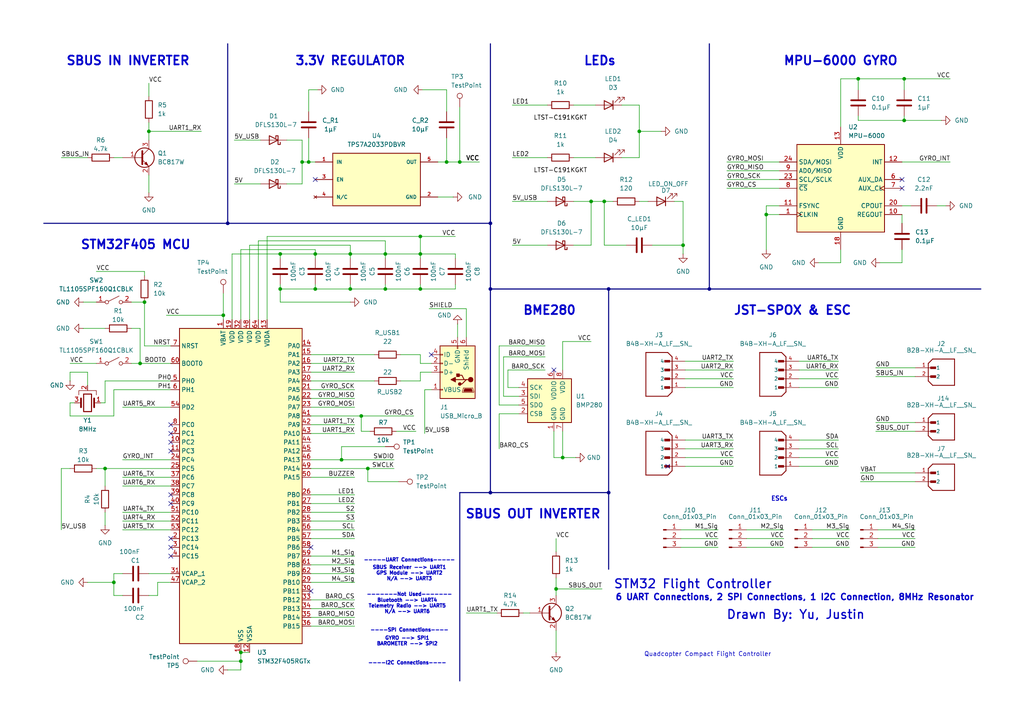
<source format=kicad_sch>
(kicad_sch (version 20231120) (generator "eeschema") (generator_version "8.0")
  (paper "A4")
  (lib_symbols
    (symbol "B2B-XH-A__LF__SN_:B2B-XH-A__LF__SN_" (pin_names (offset 1.016))
      (property "Reference" "J" (at -2.54 6.35 0))
      (property "Value" "B2B-XH-A__LF__SN_" (at -2.54 -5.08 0))
      (symbol "B2B-XH-A__LF__SN__0_0"
        (pin passive line (at -7.62 2.54 0) (length 5.08) (name "1") (number "1"))
        (pin passive line (at -7.62 0 0) (length 5.08) (name "2") (number "2"))
      )
    )
    (symbol "B4B-XH-A_LF__SN_:B4B-XH-A_LF__SN_" (pin_names (offset 1.016))
      (property "Reference" "J" (at -2.54 6.35 0))
      (property "Value" "B4B-XH-A_LF__SN_" (at -2.54 -10.16 0))
      (symbol "B4B-XH-A_LF__SN__0_0"
        (pin passive line (at -7.62 2.54 0) (length 5.08) (name "1") (number "1"))
        (pin passive line (at -7.62 0 0) (length 5.08) (name "2") (number "2"))
        (pin passive line (at -7.62 -2.54 0) (length 5.08) (name "3") (number "3"))
        (pin passive line (at -7.62 -5.08 0) (length 5.08) (name "4") (number "4"))
      )
    )
    (symbol "Connector:Conn_01x03_Pin" (pin_names (offset 1.016) hide)
      (property "Reference" "J" (at 0 5.08 0))
      (property "Value" "Conn_01x03_Pin" (at 0 -5.08 0))
      (symbol "Conn_01x03_Pin_1_1"
        (pin passive line (at 5.08 2.54 180) (length 3.81) (name "Pin_1") (number "1"))
        (pin passive line (at 5.08 0 180) (length 3.81) (name "Pin_2") (number "2"))
        (pin passive line (at 5.08 -2.54 180) (length 3.81) (name "Pin_3") (number "3"))
      )
    )
    (symbol "Connector:TestPoint" (pin_numbers hide) (pin_names (offset 0.762) hide)
      (property "Reference" "TP" (at 0 6.858 0))
      (property "Value" "TestPoint" (at 0 5.08 0))
      (symbol "TestPoint_1_1"
        (pin passive line (at 0 0 90) (length 2.54) (name "1") (number "1"))
      )
    )
    (symbol "Connector:USB_B_Micro" (pin_names (offset 1.016))
      (property "Reference" "J" (at -5.08 11.43 0))
      (property "Value" "USB_B_Micro" (at -5.08 8.89 0))
      (symbol "USB_B_Micro_1_1"
        (pin power_out line (at 7.62 5.08 180) (length 2.54) (name "VBUS") (number "1"))
        (pin bidirectional line (at 7.62 -2.54 180) (length 2.54) (name "D-") (number "2"))
        (pin bidirectional line (at 7.62 0 180) (length 2.54) (name "D+") (number "3"))
        (pin passive line (at 7.62 -5.08 180) (length 2.54) (name "ID") (number "4"))
        (pin power_out line (at 0 -10.16 90) (length 2.54) (name "GND") (number "5"))
        (pin passive line (at -2.54 -10.16 90) (length 2.54) (name "Shield") (number "6"))
      )
    )
    (symbol "Device:C" (pin_numbers hide) (pin_names (offset 0.254))
      (property "Reference" "C" (at 0.635 2.54 0))
      (property "Value" "C" (at 0.635 -2.54 0))
      (symbol "C_1_1"
        (pin passive line (at 0 3.81 270) (length 2.794) (name "~") (number "1"))
        (pin passive line (at 0 -3.81 90) (length 2.794) (name "~") (number "2"))
      )
    )
    (symbol "Device:Crystal_GND2" (pin_names (offset 1.016) hide)
      (property "Reference" "Y" (at 0 5.715 0))
      (property "Value" "Crystal_GND2" (at 0 3.81 0))
      (symbol "Crystal_GND2_1_1"
        (pin passive line (at -3.81 0 0) (length 1.27) (name "1") (number "1"))
        (pin passive line (at 0 -5.08 90) (length 1.27) (name "2") (number "2"))
        (pin passive line (at 3.81 0 180) (length 1.27) (name "3") (number "3"))
      )
    )
    (symbol "Device:D_Schottky" (pin_numbers hide) (pin_names (offset 1.016) hide)
      (property "Reference" "D" (at 0 2.54 0))
      (property "Value" "D_Schottky" (at 0 -2.54 0))
      (symbol "D_Schottky_1_1"
        (pin passive line (at -3.81 0 0) (length 2.54) (name "K") (number "1"))
        (pin passive line (at 3.81 0 180) (length 2.54) (name "A") (number "2"))
      )
    )
    (symbol "Device:LED" (pin_numbers hide) (pin_names (offset 1.016) hide)
      (property "Reference" "D" (at 0 2.54 0))
      (property "Value" "LED" (at 0 -2.54 0))
      (symbol "LED_1_1"
        (pin passive line (at -3.81 0 0) (length 2.54) (name "K") (number "1"))
        (pin passive line (at 3.81 0 180) (length 2.54) (name "A") (number "2"))
      )
    )
    (symbol "Device:R" (pin_numbers hide) (pin_names (offset 0))
      (property "Reference" "R" (at 2.032 0 90))
      (property "Value" "R" (at 0 0 90))
      (symbol "R_1_1"
        (pin passive line (at 0 3.81 270) (length 1.27) (name "~") (number "1"))
        (pin passive line (at 0 -3.81 90) (length 1.27) (name "~") (number "2"))
      )
    )
    (symbol "MCU_ST_STM32F4:STM32F405RGTx"
      (property "Reference" "U" (at -17.78 46.99 0))
      (property "Value" "STM32F405RGTx" (at 10.16 46.99 0))
      (symbol "STM32F405RGTx_1_1"
        (pin power_in line (at -5.08 48.26 270) (length 2.54) (name "VBAT") (number "1"))
        (pin bidirectional line (at -20.32 12.7 0) (length 2.54) (name "PC2") (number "10"))
        (pin bidirectional line (at -20.32 10.16 0) (length 2.54) (name "PC3") (number "11"))
        (pin power_in line (at 2.54 -48.26 90) (length 2.54) (name "VSSA") (number "12"))
        (pin power_in line (at 7.62 48.26 270) (length 2.54) (name "VDDA") (number "13"))
        (pin bidirectional line (at 20.32 40.64 180) (length 2.54) (name "PA0") (number "14"))
        (pin bidirectional line (at 20.32 38.1 180) (length 2.54) (name "PA1") (number "15"))
        (pin bidirectional line (at 20.32 35.56 180) (length 2.54) (name "PA2") (number "16"))
        (pin bidirectional line (at 20.32 33.02 180) (length 2.54) (name "PA3") (number "17"))
        (pin power_in line (at 0 -48.26 90) (length 2.54) (name "VSS") (number "18"))
        (pin power_in line (at -2.54 48.26 270) (length 2.54) (name "VDD") (number "19"))
        (pin bidirectional line (at -20.32 -15.24 0) (length 2.54) (name "PC13") (number "2"))
        (pin bidirectional line (at 20.32 30.48 180) (length 2.54) (name "PA4") (number "20"))
        (pin bidirectional line (at 20.32 27.94 180) (length 2.54) (name "PA5") (number "21"))
        (pin bidirectional line (at 20.32 25.4 180) (length 2.54) (name "PA6") (number "22"))
        (pin bidirectional line (at 20.32 22.86 180) (length 2.54) (name "PA7") (number "23"))
        (pin bidirectional line (at -20.32 7.62 0) (length 2.54) (name "PC4") (number "24"))
        (pin bidirectional line (at -20.32 5.08 0) (length 2.54) (name "PC5") (number "25"))
        (pin bidirectional line (at 20.32 -2.54 180) (length 2.54) (name "PB0") (number "26"))
        (pin bidirectional line (at 20.32 -5.08 180) (length 2.54) (name "PB1") (number "27"))
        (pin bidirectional line (at 20.32 -7.62 180) (length 2.54) (name "PB2") (number "28"))
        (pin bidirectional line (at 20.32 -27.94 180) (length 2.54) (name "PB10") (number "29"))
        (pin bidirectional line (at -20.32 -17.78 0) (length 2.54) (name "PC14") (number "3"))
        (pin bidirectional line (at 20.32 -30.48 180) (length 2.54) (name "PB11") (number "30"))
        (pin power_out line (at -20.32 -25.4 0) (length 2.54) (name "VCAP_1") (number "31"))
        (pin power_in line (at 0 48.26 270) (length 2.54) (name "VDD") (number "32"))
        (pin bidirectional line (at 20.32 -33.02 180) (length 2.54) (name "PB12") (number "33"))
        (pin bidirectional line (at 20.32 -35.56 180) (length 2.54) (name "PB13") (number "34"))
        (pin bidirectional line (at 20.32 -38.1 180) (length 2.54) (name "PB14") (number "35"))
        (pin bidirectional line (at 20.32 -40.64 180) (length 2.54) (name "PB15") (number "36"))
        (pin bidirectional line (at -20.32 2.54 0) (length 2.54) (name "PC6") (number "37"))
        (pin bidirectional line (at -20.32 0 0) (length 2.54) (name "PC7") (number "38"))
        (pin bidirectional line (at -20.32 -2.54 0) (length 2.54) (name "PC8") (number "39"))
        (pin bidirectional line (at -20.32 -20.32 0) (length 2.54) (name "PC15") (number "4"))
        (pin bidirectional line (at -20.32 -5.08 0) (length 2.54) (name "PC9") (number "40"))
        (pin bidirectional line (at 20.32 20.32 180) (length 2.54) (name "PA8") (number "41"))
        (pin bidirectional line (at 20.32 17.78 180) (length 2.54) (name "PA9") (number "42"))
        (pin bidirectional line (at 20.32 15.24 180) (length 2.54) (name "PA10") (number "43"))
        (pin bidirectional line (at 20.32 12.7 180) (length 2.54) (name "PA11") (number "44"))
        (pin bidirectional line (at 20.32 10.16 180) (length 2.54) (name "PA12") (number "45"))
        (pin bidirectional line (at 20.32 7.62 180) (length 2.54) (name "PA13") (number "46"))
        (pin power_out line (at -20.32 -27.94 0) (length 2.54) (name "VCAP_2") (number "47"))
        (pin power_in line (at 2.54 48.26 270) (length 2.54) (name "VDD") (number "48"))
        (pin bidirectional line (at 20.32 5.08 180) (length 2.54) (name "PA14") (number "49"))
        (pin bidirectional line (at -20.32 30.48 0) (length 2.54) (name "PH0") (number "5"))
        (pin bidirectional line (at 20.32 2.54 180) (length 2.54) (name "PA15") (number "50"))
        (pin bidirectional line (at -20.32 -7.62 0) (length 2.54) (name "PC10") (number "51"))
        (pin bidirectional line (at -20.32 -10.16 0) (length 2.54) (name "PC11") (number "52"))
        (pin bidirectional line (at -20.32 -12.7 0) (length 2.54) (name "PC12") (number "53"))
        (pin bidirectional line (at -20.32 22.86 0) (length 2.54) (name "PD2") (number "54"))
        (pin bidirectional line (at 20.32 -10.16 180) (length 2.54) (name "PB3") (number "55"))
        (pin bidirectional line (at 20.32 -12.7 180) (length 2.54) (name "PB4") (number "56"))
        (pin bidirectional line (at 20.32 -15.24 180) (length 2.54) (name "PB5") (number "57"))
        (pin bidirectional line (at 20.32 -17.78 180) (length 2.54) (name "PB6") (number "58"))
        (pin bidirectional line (at 20.32 -20.32 180) (length 2.54) (name "PB7") (number "59"))
        (pin bidirectional line (at -20.32 27.94 0) (length 2.54) (name "PH1") (number "6"))
        (pin input line (at -20.32 35.56 0) (length 2.54) (name "BOOT0") (number "60"))
        (pin bidirectional line (at 20.32 -22.86 180) (length 2.54) (name "PB8") (number "61"))
        (pin bidirectional line (at 20.32 -25.4 180) (length 2.54) (name "PB9") (number "62"))
        (pin passive line (at 0 -48.26 90) (length 2.54) hide (name "VSS") (number "63"))
        (pin power_in line (at 5.08 48.26 270) (length 2.54) (name "VDD") (number "64"))
        (pin input line (at -20.32 40.64 0) (length 2.54) (name "NRST") (number "7"))
        (pin bidirectional line (at -20.32 17.78 0) (length 2.54) (name "PC0") (number "8"))
        (pin bidirectional line (at -20.32 15.24 0) (length 2.54) (name "PC1") (number "9"))
      )
    )
    (symbol "Sensor_Motion:MPU-6000"
      (property "Reference" "U" (at -11.43 13.97 0))
      (property "Value" "MPU-6000" (at 7.62 -13.97 0))
      (symbol "MPU-6000_1_1"
        (pin input clock (at -17.78 -7.62 0) (length 5.08) (name "CLKIN") (number "1"))
        (pin passive line (at 17.78 -7.62 180) (length 5.08) (name "REGOUT") (number "10"))
        (pin input line (at -17.78 -5.08 0) (length 5.08) (name "FSYNC") (number "11"))
        (pin output line (at 17.78 7.62 180) (length 5.08) (name "INT") (number "12"))
        (pin power_in line (at 0 17.78 270) (length 5.08) (name "VDD") (number "13"))
        (pin power_in line (at 0 -17.78 90) (length 5.08) (name "GND") (number "18"))
        (pin passive line (at 17.78 -5.08 180) (length 5.08) (name "CPOUT") (number "20"))
        (pin input line (at -17.78 2.54 0) (length 5.08) (name "SCL/SCLK") (number "23"))
        (pin bidirectional line (at -17.78 7.62 0) (length 5.08) (name "SDA/MOSI") (number "24"))
        (pin bidirectional line (at 17.78 2.54 180) (length 5.08) (name "AUX_DA") (number "6"))
        (pin output clock (at 17.78 0 180) (length 5.08) (name "AUX_CL") (number "7"))
        (pin input line (at -17.78 0 0) (length 5.08) (name "~{CS}") (number "8"))
        (pin bidirectional line (at -17.78 5.08 0) (length 5.08) (name "AD0/MISO") (number "9"))
      )
    )
    (symbol "Sensor_Pressure:BMP280"
      (property "Reference" "U" (at -7.62 10.16 0))
      (property "Value" "BMP280" (at 5.08 10.16 0))
      (symbol "BMP280_1_1"
        (pin power_in line (at 0 -7.62 90) (length 2.54) (name "GND") (number "1"))
        (pin input line (at -10.16 -2.54 0) (length 2.54) (name "CSB") (number "2"))
        (pin bidirectional line (at -10.16 2.54 0) (length 2.54) (name "SDI") (number "3"))
        (pin input line (at -10.16 5.08 0) (length 2.54) (name "SCK") (number "4"))
        (pin bidirectional line (at -10.16 0 0) (length 2.54) (name "SDO") (number "5"))
        (pin power_in line (at 0 10.16 270) (length 2.54) (name "VDDIO") (number "6"))
        (pin power_in line (at 2.54 -7.62 90) (length 2.54) (name "GND") (number "7"))
        (pin power_in line (at 2.54 10.16 270) (length 2.54) (name "VDD") (number "8"))
      )
    )
    (symbol "Switch:SW_SPST" (pin_names (offset 0) hide)
      (property "Reference" "SW" (at 0 3.175 0))
      (property "Value" "SW_SPST" (at 0 -2.54 0))
      (symbol "SW_SPST_1_1"
        (pin passive line (at -5.08 0 0) (length 2.54) (name "A") (number "1"))
        (pin passive line (at 5.08 0 180) (length 2.54) (name "B") (number "2"))
      )
    )
    (symbol "TPS7A2033PDBVR:TPS7A2033PDBVR" (pin_names (offset 1.016))
      (property "Reference" "U" (at -12.7 8.382 0))
      (property "Value" "TPS7A2033PDBVR" (at -12.7 -10.16 0))
      (symbol "TPS7A2033PDBVR_0_0"
        (pin input line (at -17.78 5.08 0) (length 5.08) (name "IN") (number "1"))
        (pin power_in line (at 17.78 -5.08 180) (length 5.08) (name "GND") (number "2"))
        (pin input line (at -17.78 0 0) (length 5.08) (name "EN") (number "3"))
        (pin no_connect line (at -17.78 -5.08 0) (length 5.08) (name "N/C") (number "4"))
        (pin output line (at 17.78 5.08 180) (length 5.08) (name "OUT") (number "5"))
      )
    )
    (symbol "Transistor_BJT:BC817W" (pin_names (offset 0) hide)
      (property "Reference" "Q" (at 5.08 1.905 0))
      (property "Value" "BC817W" (at 5.08 0 0))
      (symbol "BC817W_1_1"
        (pin input line (at -5.08 0 0) (length 5.715) (name "B") (number "1"))
        (pin passive line (at 2.54 -5.08 90) (length 2.54) (name "E") (number "2"))
        (pin passive line (at 2.54 5.08 270) (length 2.54) (name "C") (number "3"))
      )
    )
    (symbol "power:GND" (power) (pin_numbers hide) (pin_names (offset 0) hide)
      (property "Value" "GND" (at 0 -3.81 0))
      (symbol "GND_1_1"
        (pin power_in line (at 0 0 270) (length 0) (name "~") (number "1"))
      )
    )
  )
  (junction (at 121.92 83.82))
  (junction (at 66.04 64.77))
  (junction (at 205.74 83.82))
  (junction (at 99.06 133.35))
  (junction (at 133.35 46.99))
  (junction (at 161.29 170.815))
  (junction (at 111.76 83.82))
  (junction (at 69.85 191.77))
  (junction (at 121.92 73.66))
  (junction (at 33.02 168.91))
  (junction (at 121.92 68.58))
  (junction (at 142.24 83.82))
  (junction (at 198.12 71.12))
  (junction (at 163.195 132.715))
  (junction (at 81.28 83.82))
  (junction (at 91.44 83.82))
  (junction (at 248.92 22.86))
  (junction (at 111.76 73.66))
  (junction (at 43.18 38.1))
  (junction (at 142.24 142.875))
  (junction (at 185.42 38.1))
  (junction (at 41.91 87.63))
  (junction (at 69.85 189.23))
  (junction (at 104.775 120.65))
  (junction (at 142.24 64.77))
  (junction (at 262.255 22.86))
  (junction (at 262.255 34.925))
  (junction (at 175.26 58.42))
  (junction (at 101.6 73.66))
  (junction (at 101.6 83.82))
  (junction (at 176.53 83.82))
  (junction (at 222.25 62.23))
  (junction (at 64.77 91.44))
  (junction (at 106.68 135.89))
  (junction (at 176.53 142.875))
  (junction (at 129.54 46.99))
  (junction (at 171.45 58.42))
  (junction (at 87.63 46.99))
  (junction (at 89.535 46.99))
  (junction (at 91.44 73.66))
  (junction (at 81.28 73.66))
  (junction (at 40.64 105.41))
  (junction (at 30.48 135.89))
  (no_connect (at 49.53 146.05))
  (no_connect (at 193.675 135.255))
  (no_connect (at 49.53 125.73))
  (no_connect (at 49.53 143.51))
  (no_connect (at 125.095 102.87))
  (no_connect (at 261.62 54.61))
  (no_connect (at 49.53 130.81))
  (no_connect (at 91.44 52.07))
  (no_connect (at 90.17 158.75))
  (no_connect (at -9.525 154.305))
  (no_connect (at 49.53 161.29))
  (no_connect (at 49.53 123.19))
  (no_connect (at 49.53 128.27))
  (no_connect (at 49.53 156.21))
  (no_connect (at 261.62 52.07))
  (no_connect (at 160.655 107.315))
  (no_connect (at 90.17 171.45))
  (no_connect (at 49.53 158.75))
  (wire (pts (xy 254 106.68) (xy 265.43 106.68)))
  (wire (pts (xy 243.205 112.395) (xy 231.775 112.395)))
  (bus (pts (xy 142.24 83.82) (xy 176.53 83.82)))
  (wire (pts (xy 69.85 72.39) (xy 69.85 92.71)))
  (wire (pts (xy 90.17 173.99) (xy 102.87 173.99)))
  (wire (pts (xy 265.43 139.7) (xy 249.555 139.7)))
  (wire (pts (xy 166.37 71.12) (xy 171.45 71.12)))
  (wire (pts (xy 38.1 95.25) (xy 40.64 95.25)))
  (wire (pts (xy 81.28 83.82) (xy 91.44 83.82)))
  (wire (pts (xy 74.93 69.85) (xy 74.93 92.71)))
  (wire (pts (xy 49.53 168.91) (xy 45.72 168.91)))
  (wire (pts (xy 132.08 73.66) (xy 132.08 74.93)))
  (wire (pts (xy 243.205 104.775) (xy 231.775 104.775)))
  (wire (pts (xy 198.755 132.715) (xy 212.725 132.715)))
  (wire (pts (xy 111.76 69.85) (xy 111.76 73.66)))
  (wire (pts (xy 243.205 109.855) (xy 231.775 109.855)))
  (wire (pts (xy 121.92 83.82) (xy 132.08 83.82)))
  (wire (pts (xy 90.17 181.61) (xy 102.87 181.61)))
  (wire (pts (xy 81.28 87.63) (xy 101.6 87.63)))
  (wire (pts (xy 243.205 107.315) (xy 231.775 107.315)))
  (wire (pts (xy 198.755 135.255) (xy 212.725 135.255)))
  (wire (pts (xy 101.6 82.55) (xy 101.6 83.82)))
  (wire (pts (xy 273.05 34.925) (xy 262.255 34.925)))
  (wire (pts (xy 111.76 73.66) (xy 121.92 73.66)))
  (wire (pts (xy 226.06 59.69) (xy 222.25 59.69)))
  (wire (pts (xy 101.6 71.12) (xy 101.6 73.66)))
  (wire (pts (xy 90.17 179.07) (xy 102.87 179.07)))
  (wire (pts (xy 87.63 40.64) (xy 87.63 46.99)))
  (wire (pts (xy 75.565 53.34) (xy 67.945 53.34)))
  (wire (pts (xy 262.255 26.035) (xy 262.255 22.86)))
  (wire (pts (xy 90.17 148.59) (xy 102.87 148.59)))
  (wire (pts (xy 254 122.555) (xy 265.43 122.555)))
  (wire (pts (xy 121.92 68.58) (xy 121.92 73.66)))
  (wire (pts (xy 90.17 146.05) (xy 102.87 146.05)))
  (wire (pts (xy 49.53 118.11) (xy 35.56 118.11)))
  (wire (pts (xy 226.06 46.99) (xy 210.82 46.99)))
  (wire (pts (xy 30.48 135.89) (xy 49.53 135.89)))
  (wire (pts (xy 121.92 102.87) (xy 121.92 105.41)))
  (wire (pts (xy 102.87 107.95) (xy 90.17 107.95)))
  (wire (pts (xy 90.17 153.67) (xy 102.87 153.67)))
  (wire (pts (xy 72.39 71.12) (xy 101.6 71.12)))
  (wire (pts (xy 150.495 117.475) (xy 144.78 117.475)))
  (bus (pts (xy 176.53 165.1) (xy 176.53 142.875)))
  (wire (pts (xy 35.56 45.72) (xy 33.02 45.72)))
  (wire (pts (xy 222.25 62.23) (xy 222.25 72.39)))
  (wire (pts (xy 146.05 103.505) (xy 158.115 103.505)))
  (wire (pts (xy 67.945 40.64) (xy 75.565 40.64)))
  (wire (pts (xy 261.62 76.2) (xy 261.62 72.39)))
  (wire (pts (xy 33.02 113.03) (xy 33.02 120.65)))
  (wire (pts (xy 243.205 130.175) (xy 231.775 130.175)))
  (wire (pts (xy 90.17 163.83) (xy 102.87 163.83)))
  (wire (pts (xy 114.935 125.095) (xy 120.65 125.095)))
  (wire (pts (xy 198.755 109.855) (xy 212.725 109.855)))
  (wire (pts (xy 243.205 127.635) (xy 231.775 127.635)))
  (wire (pts (xy 171.45 71.12) (xy 171.45 58.42)))
  (wire (pts (xy 160.655 132.715) (xy 163.195 132.715)))
  (wire (pts (xy 198.755 107.315) (xy 212.725 107.315)))
  (wire (pts (xy 135.255 89.535) (xy 124.46 89.535)))
  (wire (pts (xy 132.715 97.79) (xy 132.715 93.98)))
  (wire (pts (xy 33.02 166.37) (xy 35.56 166.37)))
  (wire (pts (xy 255.27 76.2) (xy 261.62 76.2)))
  (wire (pts (xy 77.47 68.58) (xy 121.92 68.58)))
  (wire (pts (xy 198.755 127.635) (xy 212.725 127.635)))
  (wire (pts (xy 90.17 125.73) (xy 102.87 125.73)))
  (wire (pts (xy 81.28 73.66) (xy 91.44 73.66)))
  (wire (pts (xy 69.85 191.77) (xy 69.85 194.31)))
  (wire (pts (xy 198.755 104.775) (xy 212.725 104.775)))
  (wire (pts (xy 121.92 73.66) (xy 132.08 73.66)))
  (wire (pts (xy 69.85 194.31) (xy 66.04 194.31)))
  (wire (pts (xy 127 57.15) (xy 131.445 57.15)))
  (wire (pts (xy 20.32 110.49) (xy 20.32 107.95)))
  (wire (pts (xy 198.755 112.395) (xy 212.725 112.395)))
  (wire (pts (xy 17.78 135.89) (xy 20.32 135.89)))
  (wire (pts (xy 163.195 125.095) (xy 163.195 132.715)))
  (wire (pts (xy 111.76 83.82) (xy 121.92 83.82)))
  (bus (pts (xy 142.24 142.875) (xy 133.35 142.875)))
  (bus (pts (xy 66.04 64.77) (xy 142.24 64.77)))
  (wire (pts (xy 271.78 59.69) (xy 274.32 59.69)))
  (wire (pts (xy 20.32 105.41) (xy 27.94 105.41)))
  (wire (pts (xy 235.585 158.75) (xy 246.38 158.75)))
  (wire (pts (xy 49.53 110.49) (xy 30.48 110.49)))
  (wire (pts (xy 144.78 100.33) (xy 158.115 100.33)))
  (wire (pts (xy 35.56 148.59) (xy 49.53 148.59)))
  (wire (pts (xy 40.64 95.25) (xy 40.64 105.41)))
  (wire (pts (xy 33.02 168.91) (xy 33.02 172.72)))
  (wire (pts (xy 262.255 33.655) (xy 262.255 34.925)))
  (wire (pts (xy 99.06 133.35) (xy 114.3 133.35)))
  (wire (pts (xy 254.635 156.21) (xy 265.43 156.21)))
  (wire (pts (xy 175.26 58.42) (xy 175.26 71.12)))
  (wire (pts (xy 148.59 30.48) (xy 158.75 30.48)))
  (wire (pts (xy 25.4 107.95) (xy 25.4 111.76)))
  (wire (pts (xy 198.12 71.12) (xy 198.12 73.66)))
  (wire (pts (xy 87.63 46.99) (xy 89.535 46.99)))
  (wire (pts (xy 248.92 26.035) (xy 248.92 22.86)))
  (wire (pts (xy 116.205 110.49) (xy 121.92 110.49)))
  (wire (pts (xy 74.93 69.85) (xy 111.76 69.85)))
  (wire (pts (xy 49.53 133.35) (xy 35.56 133.35)))
  (wire (pts (xy 254 125.095) (xy 265.43 125.095)))
  (wire (pts (xy 33.02 166.37) (xy 33.02 168.91)))
  (wire (pts (xy 90.17 143.51) (xy 102.87 143.51)))
  (wire (pts (xy 166.37 45.72) (xy 172.72 45.72)))
  (wire (pts (xy 249.555 137.16) (xy 265.43 137.16)))
  (wire (pts (xy 89.535 32.385) (xy 89.535 26.035)))
  (wire (pts (xy 24.13 95.25) (xy 30.48 95.25)))
  (wire (pts (xy 150.495 114.935) (xy 146.05 114.935)))
  (wire (pts (xy 106.68 135.89) (xy 90.17 135.89)))
  (wire (pts (xy 17.78 135.89) (xy 17.78 153.67)))
  (wire (pts (xy 43.18 40.64) (xy 43.18 38.1)))
  (wire (pts (xy 144.145 177.8) (xy 135.255 177.8)))
  (wire (pts (xy 160.655 125.095) (xy 160.655 132.715)))
  (wire (pts (xy 101.6 73.66) (xy 101.6 74.93)))
  (wire (pts (xy 64.77 85.09) (xy 64.77 91.44)))
  (wire (pts (xy 43.18 38.1) (xy 43.18 35.56)))
  (wire (pts (xy 151.765 177.8) (xy 153.67 177.8)))
  (wire (pts (xy 248.92 34.925) (xy 248.92 33.655)))
  (wire (pts (xy 45.72 172.72) (xy 43.18 172.72)))
  (wire (pts (xy 49.53 138.43) (xy 35.56 138.43)))
  (wire (pts (xy 261.62 46.99) (xy 275.59 46.99)))
  (wire (pts (xy 132.08 83.82) (xy 132.08 82.55)))
  (wire (pts (xy 81.28 83.82) (xy 81.28 87.63)))
  (wire (pts (xy 248.92 22.86) (xy 262.255 22.86)))
  (wire (pts (xy 161.29 182.88) (xy 161.29 189.23)))
  (wire (pts (xy 81.28 73.66) (xy 67.31 73.66)))
  (wire (pts (xy 33.02 113.03) (xy 49.53 113.03)))
  (wire (pts (xy 69.85 189.23) (xy 69.85 191.77)))
  (wire (pts (xy 25.4 168.91) (xy 33.02 168.91)))
  (wire (pts (xy 104.775 120.65) (xy 104.775 125.095)))
  (wire (pts (xy 243.84 72.39) (xy 243.84 76.2)))
  (wire (pts (xy 41.91 100.33) (xy 41.91 87.63)))
  (wire (pts (xy 180.34 30.48) (xy 185.42 30.48)))
  (wire (pts (xy 90.17 102.87) (xy 108.585 102.87)))
  (wire (pts (xy 90.17 118.11) (xy 102.87 118.11)))
  (wire (pts (xy 171.45 99.06) (xy 163.195 99.06)))
  (wire (pts (xy 129.54 46.99) (xy 133.35 46.99)))
  (wire (pts (xy 90.17 115.57) (xy 102.87 115.57)))
  (wire (pts (xy 35.56 140.97) (xy 49.53 140.97)))
  (wire (pts (xy 90.17 151.13) (xy 102.87 151.13)))
  (wire (pts (xy 89.535 40.005) (xy 89.535 46.99)))
  (wire (pts (xy 226.06 49.53) (xy 210.82 49.53)))
  (wire (pts (xy 83.185 40.64) (xy 87.63 40.64)))
  (wire (pts (xy 147.32 112.395) (xy 147.32 107.315)))
  (wire (pts (xy 99.06 129.54) (xy 111.76 129.54)))
  (bus (pts (xy 142.24 64.77) (xy 142.24 83.82)))
  (wire (pts (xy 17.78 45.72) (xy 25.4 45.72)))
  (wire (pts (xy 235.585 153.67) (xy 246.38 153.67)))
  (bus (pts (xy 205.74 12.7) (xy 205.74 83.82)))
  (wire (pts (xy 129.54 40.005) (xy 129.54 46.99)))
  (wire (pts (xy 21.59 116.84) (xy 20.32 116.84)))
  (wire (pts (xy 185.42 58.42) (xy 187.96 58.42)))
  (wire (pts (xy 90.17 110.49) (xy 108.585 110.49)))
  (wire (pts (xy 104.775 125.095) (xy 107.315 125.095)))
  (wire (pts (xy 90.17 166.37) (xy 102.87 166.37)))
  (wire (pts (xy 72.39 71.12) (xy 72.39 92.71)))
  (wire (pts (xy 147.32 107.315) (xy 158.115 107.315)))
  (wire (pts (xy 90.17 120.65) (xy 104.775 120.65)))
  (wire (pts (xy 40.64 105.41) (xy 49.53 105.41)))
  (wire (pts (xy 48.26 91.44) (xy 64.77 91.44)))
  (wire (pts (xy 125.095 113.03) (xy 123.19 113.03)))
  (wire (pts (xy 197.485 158.75) (xy 208.28 158.75)))
  (wire (pts (xy 81.28 82.55) (xy 81.28 83.82)))
  (wire (pts (xy 216.535 156.21) (xy 227.33 156.21)))
  (wire (pts (xy 20.32 120.65) (xy 33.02 120.65)))
  (wire (pts (xy 254 109.22) (xy 265.43 109.22)))
  (wire (pts (xy 116.205 102.87) (xy 121.92 102.87)))
  (wire (pts (xy 30.48 148.59) (xy 30.48 152.4)))
  (wire (pts (xy 27.94 135.89) (xy 30.48 135.89)))
  (wire (pts (xy 261.62 59.69) (xy 264.16 59.69)))
  (wire (pts (xy 87.63 46.99) (xy 87.63 53.34)))
  (wire (pts (xy 185.42 45.72) (xy 180.34 45.72)))
  (wire (pts (xy 91.44 72.39) (xy 91.44 73.66)))
  (wire (pts (xy 90.17 113.03) (xy 102.87 113.03)))
  (wire (pts (xy 175.26 58.42) (xy 177.8 58.42)))
  (wire (pts (xy 243.84 22.86) (xy 248.92 22.86)))
  (wire (pts (xy 101.6 83.82) (xy 111.76 83.82)))
  (wire (pts (xy 101.6 73.66) (xy 111.76 73.66)))
  (bus (pts (xy 142.24 142.875) (xy 176.53 142.875)))
  (wire (pts (xy 174.625 170.815) (xy 161.29 170.815)))
  (wire (pts (xy 243.205 132.715) (xy 231.775 132.715)))
  (wire (pts (xy 69.85 72.39) (xy 91.44 72.39)))
  (wire (pts (xy 144.78 120.015) (xy 144.78 130.175)))
  (wire (pts (xy 114.3 135.89) (xy 106.68 135.89)))
  (wire (pts (xy 235.585 156.21) (xy 246.38 156.21)))
  (wire (pts (xy 67.31 73.66) (xy 67.31 92.71)))
  (wire (pts (xy 106.68 135.89) (xy 106.68 139.7)))
  (bus (pts (xy 142.24 83.82) (xy 142.24 142.875)))
  (bus (pts (xy 133.35 142.875) (xy 133.35 197.485)))
  (wire (pts (xy 146.05 114.935) (xy 146.05 103.505)))
  (wire (pts (xy 91.44 83.82) (xy 101.6 83.82)))
  (wire (pts (xy 102.87 105.41) (xy 90.17 105.41)))
  (wire (pts (xy 198.755 130.175) (xy 212.725 130.175)))
  (wire (pts (xy 148.59 45.72) (xy 158.75 45.72)))
  (wire (pts (xy 77.47 68.58) (xy 77.47 92.71)))
  (wire (pts (xy 185.42 30.48) (xy 185.42 38.1)))
  (wire (pts (xy 226.06 52.07) (xy 210.82 52.07)))
  (wire (pts (xy 216.535 153.67) (xy 227.33 153.67)))
  (wire (pts (xy 29.21 116.84) (xy 30.48 116.84)))
  (wire (pts (xy 195.58 58.42) (xy 198.12 58.42)))
  (wire (pts (xy 99.06 133.35) (xy 99.06 129.54)))
  (wire (pts (xy 216.535 158.75) (xy 227.33 158.75)))
  (wire (pts (xy 30.48 110.49) (xy 30.48 116.84)))
  (wire (pts (xy 243.205 135.255) (xy 231.775 135.255)))
  (wire (pts (xy 81.28 73.66) (xy 81.28 74.93)))
  (bus (pts (xy 66.04 12.7) (xy 66.04 64.77)))
  (wire (pts (xy 127 46.99) (xy 129.54 46.99)))
  (wire (pts (xy 262.255 34.925) (xy 248.92 34.925)))
  (wire (pts (xy 197.485 153.67) (xy 208.28 153.67)))
  (wire (pts (xy 104.775 120.65) (xy 120.015 120.65)))
  (wire (pts (xy 123.19 113.03) (xy 123.19 125.73)))
  (wire (pts (xy 106.68 139.7) (xy 115.57 139.7)))
  (wire (pts (xy 148.59 58.42) (xy 158.75 58.42)))
  (wire (pts (xy 41.91 80.01) (xy 41.91 78.74)))
  (wire (pts (xy 121.92 105.41) (xy 125.095 105.41)))
  (wire (pts (xy 262.255 22.86) (xy 275.59 22.86)))
  (wire (pts (xy 30.48 140.97) (xy 30.48 135.89)))
  (bus (pts (xy 142.24 12.7) (xy 142.24 64.77)))
  (wire (pts (xy 161.29 167.64) (xy 161.29 170.815)))
  (wire (pts (xy 163.195 107.315) (xy 163.195 99.06)))
  (wire (pts (xy 222.25 59.69) (xy 222.25 62.23)))
  (wire (pts (xy 102.87 123.19) (xy 90.17 123.19)))
  (wire (pts (xy 129.54 32.385) (xy 129.54 26.035)))
  (wire (pts (xy 198.12 58.42) (xy 198.12 71.12)))
  (wire (pts (xy 90.17 156.21) (xy 102.87 156.21)))
  (wire (pts (xy 161.29 170.815) (xy 161.29 172.72)))
  (wire (pts (xy 121.92 107.95) (xy 125.095 107.95)))
  (wire (pts (xy 197.485 156.21) (xy 208.28 156.21)))
  (wire (pts (xy 90.17 168.91) (xy 102.87 168.91)))
  (wire (pts (xy 132.08 68.58) (xy 121.92 68.58)))
  (wire (pts (xy 147.32 112.395) (xy 150.495 112.395)))
  (bus (pts (xy 12.7 64.77) (xy 66.04 64.77)))
  (wire (pts (xy 185.42 38.1) (xy 191.77 38.1)))
  (wire (pts (xy 158.75 71.12) (xy 148.59 71.12)))
  (bus (pts (xy 205.74 83.82) (xy 284.48 83.82)))
  (wire (pts (xy 87.63 53.34) (xy 83.185 53.34)))
  (wire (pts (xy 24.13 87.63) (xy 27.94 87.63)))
  (wire (pts (xy 90.17 138.43) (xy 102.87 138.43)))
  (wire (pts (xy 90.17 133.35) (xy 99.06 133.35)))
  (wire (pts (xy 261.62 62.23) (xy 261.62 64.77)))
  (wire (pts (xy 90.17 176.53) (xy 102.87 176.53)))
  (bus (pts (xy 176.53 83.82) (xy 176.53 142.875)))
  (wire (pts (xy 243.84 76.2) (xy 237.49 76.2)))
  (wire (pts (xy 171.45 58.42) (xy 175.26 58.42)))
  (wire (pts (xy 111.76 73.66) (xy 111.76 74.93)))
  (wire (pts (xy 35.56 151.13) (xy 49.53 151.13)))
  (wire (pts (xy 121.92 110.49) (xy 121.92 107.95)))
  (wire (pts (xy 91.44 82.55) (xy 91.44 83.82)))
  (wire (pts (xy 41.91 87.63) (xy 38.1 87.63)))
  (wire (pts (xy 254.635 153.67) (xy 265.43 153.67)))
  (wire (pts (xy 166.37 58.42) (xy 171.45 58.42)))
  (wire (pts (xy 166.37 30.48) (xy 172.72 30.48)))
  (wire (pts (xy 64.77 92.71) (xy 64.77 91.44)))
  (wire (pts (xy 40.64 105.41) (xy 38.1 105.41)))
  (wire (pts (xy 150.495 120.015) (xy 144.78 120.015)))
  (wire (pts (xy 45.72 168.91) (xy 45.72 172.72)))
  (wire (pts (xy 135.255 89.535) (xy 135.255 97.79)))
  (wire (pts (xy 89.535 26.035) (xy 92.075 26.035)))
  (wire (pts (xy 133.35 31.115) (xy 133.35 46.99)))
  (wire (pts (xy 144.78 117.475) (xy 144.78 100.33)))
  (wire (pts (xy 111.76 82.55) (xy 111.76 83.82)))
  (wire (pts (xy 91.44 73.66) (xy 91.44 74.93)))
  (wire (pts (xy 27.94 78.74) (xy 41.91 78.74)))
  (wire (pts (xy 102.87 161.29) (xy 90.17 161.29)))
  (wire (pts (xy 189.23 71.12) (xy 198.12 71.12)))
  (wire (pts (xy 43.18 24.13) (xy 43.18 27.94)))
  (wire (pts (xy 69.85 189.23) (xy 72.39 189.23)))
  (bus (pts (xy 176.53 83.82) (xy 205.74 83.82)))
  (wire (pts (xy 43.18 50.8) (xy 43.18 55.88)))
  (wire (pts (xy 57.15 191.77) (xy 69.85 191.77)))
  (wire (pts (xy 49.53 153.67) (xy 35.56 153.67)))
  (wire (pts (xy 91.44 73.66) (xy 101.6 73.66)))
  (wire (pts (xy 121.92 82.55) (xy 121.92 83.82)))
  (wire (pts (xy 175.26 71.12) (xy 181.61 71.12)))
  (wire (pts (xy 161.29 156.21) (xy 161.29 160.02)))
  (wire (pts (xy 243.84 22.86) (xy 243.84 36.83)))
  (wire (pts (xy 185.42 38.1) (xy 185.42 45.72)))
  (wire (pts (xy 20.32 116.84) (xy 20.32 120.65)))
  (wire (pts (xy 41.91 100.33) (xy 49.53 100.33)))
  (wire (pts (xy 43.18 166.37) (xy 49.53 166.37)))
  (wire (pts (xy 163.195 132.715) (xy 167.005 132.715)))
  (wire (pts (xy 43.18 38.1) (xy 58.42 38.1)))
  (wire (pts (xy 133.35 46.99) (xy 139.065 46.99)))
  (wire (pts (xy 121.92 73.66) (xy 121.92 74.93)))
  (wire (pts (xy 226.06 62.23) (xy 222.25 62.23)))
  (wire (pts (xy 89.535 46.99) (xy 91.44 46.99)))
  (wire (pts (xy 254.635 158.75) (xy 265.43 158.75)))
  (wire (pts (xy 33.02 172.72) (xy 35.56 172.72)))
  (wire (pts (xy 122.555 26.035) (xy 129.54 26.035)))
  (wire (pts (xy 20.32 107.95) (xy 25.4 107.95)))
  (wire (pts (xy 210.82 54.61) (xy 226.06 54.61)))
  (text "LTST-C191KGKT" (at 162.56 49.53 0) (effects (font (size 1.27 1.27))))
  (text "----SPI Connections----\n" (at 118.745 182.88 0) (effects (font (size 1.016 1.016) (thickness 0.254) (bold yes))))
  (text "GYRO --> SPI1\nBAROMETER --> SPI2\n" (at 118.11 186.055 0) (effects (font (size 1.016 1.016) (thickness 0.254) (bold yes))))
  (text "SBUS OUT INVERTER " (at 155.575 149.225 0) (effects (font (size 2.54 2.54) (thickness 0.508) (bold yes))))
  (text "6 UART Connections, 2 SPI Connections, 1 I2C Connection, 8MHz Resonator\n" (at 230.505 173.355 0) (effects (font (size 1.778 1.778) (thickness 0.381) (bold yes))))
  (text "3.3V REGULATOR" (at 101.6 17.78 0) (effects (font (size 2.54 2.54) (thickness 0.508) (bold yes))))
  (text "STM32 Flight Controller " (at 201.93 169.545 0) (effects (font (size 2.54 2.54) (thickness 0.381) (bold yes))))
  (text "Yu, Justin" (at 241.3 178.435 0) (effects (font (size 2.54 2.54) (thickness 0.381) (bold yes))))
  (text "SBUS Receiver --> UART1\nGPS Module --> UART2\nN/A --> UART3\n" (at 118.745 166.37 0) (effects (font (size 1.016 1.016) (thickness 0.254) (bold yes))))
  (text "-----UART Connections-----\n" (at 118.745 162.56 0) (effects (font (size 1.016 1.016) (thickness 0.254) (bold yes))))
  (text "STM32F405 MCU" (at 39.37 71.12 0) (effects (font (size 2.54 2.54) (thickness 0.508) (bold yes))))
  (text "----I2C Connections----\n" (at 118.11 192.405 0) (effects (font (size 1.016 1.016) (thickness 0.254) (bold yes))))
  (text "BME280" (at 159.385 90.17 0) (effects (font (size 2.54 2.54) (thickness 0.508) (bold yes))))
  (text "Bluetooth --> UART4\nTelemetry Radio --> UART5\nN/A --> UART6\n" (at 118.11 175.895 0) (effects (font (size 1.016 1.016) (thickness 0.254) (bold yes))))
  (text "LTST-C191KGKT" (at 162.56 34.29 0) (effects (font (size 1.27 1.27) (thickness 0.1588))))
  (text "Quadcopter Compact Flight Controller " (at 205.74 189.865 0) (effects (font (size 1.27 1.27))))
  (text "LEDs" (at 173.99 17.78 0) (effects (font (size 2.54 2.54) (thickness 0.508) (bold yes))))
  (text "-------Not Used-------\n\n" (at 118.745 173.355 0) (effects (font (size 1.016 1.016) (thickness 0.254) (bold yes))))
  (text "JST-SPOX & ESC" (at 229.87 90.17 0) (effects (font (size 2.54 2.54) (thickness 0.508) (bold yes))))
  (text "MPU-6000 GYRO" (at 243.84 17.78 0) (effects (font (size 2.54 2.54) (thickness 0.508) (bold yes))))
  (text "ESCs" (at 226.06 144.78 0) (effects (font (size 1.27 1.27) (thickness 0.254) (bold yes))))
  (text "SBUS IN INVERTER " (at 38.1 17.78 0) (effects (font (size 2.54 2.54) (thickness 0.508) (bold yes))))
  (text "Drawn By:" (at 220.345 178.435 0) (effects (font (size 2.54 2.54) (thickness 0.381) (bold yes))))
  (label "GYRO_MOSI" (at 102.87 118.11 180))
  (label "SBUS_OUT" (at 174.625 170.815 180))
  (label "GYRO_CS" (at 210.82 54.61 0))
  (label "UART4_TX" (at 35.56 148.59 0) (effects (font (thickness 0.1588))))
  (label "UART6_TX" (at 35.56 138.43 0))
  (label "BARO_CS" (at 102.87 173.99 180))
  (label "VCC" (at 265.43 156.21 180))
  (label "UART5_TX" (at 35.56 153.67 0) (effects (font (thickness 0.1588))))
  (label "UART2_TX" (at 102.87 105.41 180))
  (label "SHIELD" (at 124.46 89.535 0))
  (label "BARO_MISO" (at 102.87 179.07 180))
  (label "UART3_RX" (at 212.725 130.175 180))
  (label "UART6_TX" (at 243.205 104.775 180))
  (label "UART5_RX" (at 35.56 118.11 0) (effects (font (thickness 0.1588))))
  (label "VCC" (at 227.33 156.21 180))
  (label "UART2_TX" (at 212.725 104.775 180))
  (label "M3_Sig" (at 102.87 166.37 180))
  (label "M4_Sig" (at 265.43 153.67 180))
  (label "S2" (at 102.87 148.59 180))
  (label "VCC" (at 48.26 91.44 0))
  (label "LED2" (at 102.87 146.05 180))
  (label "GYRO_INT" (at 275.59 46.99 180))
  (label "UART4_RX" (at 35.56 151.13 0) (effects (font (thickness 0.1588))))
  (label "SWCLK" (at 114.3 135.89 180))
  (label "BARO_CS" (at 144.78 130.175 0))
  (label "5V_USB" (at 17.78 153.67 0))
  (label "PH1" (at 45.72 113.03 0))
  (label "VCC" (at 243.205 109.855 180))
  (label "SDA" (at 102.87 156.21 180))
  (label "SCL" (at 243.205 130.175 180))
  (label "GYRO_SCK" (at 210.82 52.07 0))
  (label "GND" (at 254 122.555 0))
  (label "GND" (at 212.725 135.255 180))
  (label "UART6_RX" (at 35.56 140.97 0))
  (label "BARO_MOSI" (at 102.87 181.61 180))
  (label "SWDIO" (at 114.3 133.35 180))
  (label "LED1" (at 102.87 143.51 180))
  (label "VCC" (at 161.29 156.21 0))
  (label "GND" (at 212.725 112.395 180))
  (label "GND" (at 246.38 158.75 180))
  (label "VCC" (at 275.59 22.86 180))
  (label "NRST" (at 44.45 100.33 0))
  (label "VCC" (at 139.065 46.99 180) (effects (font (thickness 0.254) (bold yes))))
  (label "GYRO_MISO" (at 102.87 115.57 180))
  (label "GYRO_CS" (at 120.015 120.65 180))
  (label "M1_Sig" (at 102.87 161.29 180))
  (label "SBUS_IN" (at 254 109.22 0))
  (label "BARO_MOSI" (at 158.115 103.505 180))
  (label "UART1_RX" (at 58.42 38.1 180))
  (label "5V_USB" (at 123.19 125.73 0))
  (label "5V" (at 67.945 53.34 0))
  (label "UART2_RX" (at 212.725 107.315 180))
  (label "SDA" (at 243.205 127.635 180))
  (label "BARO_SCK" (at 102.87 176.53 180))
  (label "M1_Sig" (at 208.28 153.67 180))
  (label "GYRO_INT" (at 35.56 133.35 0))
  (label "VCC" (at 120.65 125.095 180))
  (label "M2_Sig" (at 227.33 153.67 180))
  (label "BOOT0" (at 41.91 105.41 0))
  (label "SBUS_OUT" (at 254 125.095 0))
  (label "UART6_RX" (at 243.205 107.315 180))
  (label "M3_Sig" (at 246.38 153.67 180))
  (label "5V_USB" (at 148.59 58.42 0))
  (label "5V" (at 148.59 71.12 0))
  (label "VCC" (at 132.08 68.58 180))
  (label "GYRO_SCK" (at 102.87 113.03 180))
  (label "5V_USB" (at 67.945 40.64 0))
  (label "SBUS_IN" (at 17.78 45.72 0))
  (label "GND" (at 249.555 139.7 0))
  (label "UART2_RX" (at 102.87 107.95 180))
  (label "UART1_RX" (at 102.87 125.73 180))
  (label "VCC" (at 27.94 78.74 0))
  (label "GYRO_MISO" (at 210.82 49.53 0))
  (label "UART3_TX" (at 212.725 127.635 180))
  (label "VCC" (at 20.32 105.41 0))
  (label "VCC" (at 246.38 156.21 180))
  (label "VCC" (at 243.205 132.715 180))
  (label "VCC" (at 208.28 156.21 180))
  (label "S3" (at 102.87 151.13 180))
  (label "GND" (at 243.205 112.395 180))
  (label "GND" (at 208.28 158.75 180))
  (label "VBAT" (at 249.555 137.16 0))
  (label "M4_Sig" (at 102.87 168.91 180))
  (label "LED1" (at 148.59 30.48 0) (effects (font (thickness 0.1588))))
  (label "GND" (at 254 106.68 0))
  (label "GND" (at 243.205 135.255 180))
  (label "VCC" (at 43.18 24.13 0))
  (label "LED2" (at 148.59 45.72 0) (effects (font (thickness 0.1588))))
  (label "GND" (at 227.33 158.75 180))
  (label "PH0" (at 45.72 110.49 0))
  (label "M2_Sig" (at 102.87 163.83 180))
  (label "BARO_SCK" (at 158.115 107.315 180))
  (label "VCC" (at 212.725 109.855 180))
  (label "GND" (at 265.43 158.75 180))
  (label "SCL" (at 102.87 153.67 180))
  (label "BARO_MISO" (at 158.115 100.33 180))
  (label "VCC" (at 212.725 132.715 180))
  (label "UART1_TX" (at 135.255 177.8 0))
  (label "BUZZER" (at 102.87 138.43 180))
  (label "GYRO_MOSI" (at 210.82 46.99 0))
  (label "UART1_TX" (at 102.87 123.19 180))
  (label "VCC" (at 171.45 99.06 180))
  (symbol (lib_id "Device:C") (at 39.37 166.37 270) (unit 1)
    (property "Reference" "C1" (at 40.64 162.56 90) (effects (justify right)))
    (property "Value" "100nF" (at 40.64 160.02 90) (effects (justify right)))
    (property "Footprint" "test:CC0603KRX7R8BB104" (effects (hide yes)))
    (property "Description" "Unpolarized capacitor" (effects (hide yes)))
  )
  (symbol (lib_id "Device:R") (at 43.18 31.75 0) (unit 1)
    (property "Reference" "R5" (at 45.72 30.4799 0) (effects (justify left)))
    (property "Value" "1k" (at 45.72 33.0199 0) (effects (justify left)))
    (property "Footprint" "Resistor_SMD:R_0603_1608Metric_Pad0.98x0.95mm_HandSolder" (effects (hide yes)))
    (property "Description" "Resistor" (effects (hide yes)))
  )
  (symbol (lib_id "Device:R") (at 181.61 58.42 90) (unit 1)
    (property "Reference" "R12" (at 181.61 52.07 90))
    (property "Value" "120" (at 181.61 54.61 90))
    (property "Footprint" "Resistor_SMD:R_0603_1608Metric_Pad0.98x0.95mm_HandSolder" (effects (hide yes)))
    (property "Description" "Resistor" (effects (hide yes)))
  )
  (symbol (lib_id "power:GND") (at 161.29 189.23 0) (unit 1)
    (property "Reference" "#PWR01001" (effects (hide yes)))
    (property "Value" "GND" (at 161.29 194.31 0))
    (property "Description" "Power symbol creates a global label with name \"GND\" , ground" (effects (hide yes)))
  )
  (symbol (lib_id "Connector:TestPoint") (at 111.76 129.54 270) (unit 1)
    (property "Reference" "TP1" (at 116.84 128.27 90) (effects (justify left)))
    (property "Value" "TestPoint" (at 116.84 130.81 90) (effects (justify left)))
    (property "Footprint" "TestPoint:TestPoint_Pad_1.0x1.0mm" (effects (hide yes)))
    (property "Description" "test point" (effects (hide yes)))
  )
  (symbol (lib_id "B4B-XH-A_LF__SN_:B4B-XH-A_LF__SN_") (at 224.155 109.855 180) (unit 1)
    (property "Reference" "J6" (at 224.155 97.155 0))
    (property "Value" "B4B-XH-A_LF__SN_" (at 224.155 99.695 0))
    (property "Footprint" "test:JST_B4B" (effects (hide yes)))
    (property "MF" "JST Sales" (effects (hide yes)))
    (property "MAXIMUM_PACKAGE_HEIGHT" "7.00 mm" (effects (hide yes)))
    (property "Package" "None" (effects (hide yes)))
    (property "Price" "None" (effects (hide yes)))
    (property "Check_prices" "https://www.snapeda.com/parts/B4B-XH-A%20(LF)(SN)/JST/view-part/?ref=eda" (effects (hide yes)))
    (property "STANDARD" "Manufacturer Recommendations" (effects (hide yes)))
    (property "PARTREV" "7/4/21" (effects (hide yes)))
    (property "SnapEDA_Link" "https://www.snapeda.com/parts/B4B-XH-A%20(LF)(SN)/JST/view-part/?ref=snap" (effects (hide yes)))
    (property "MP" "B4B-XH-A (LF)(SN)" (effects (hide yes)))
    (property "Description_1" "\n                        \n                            Connector Header Through Hole 4 position 0.098 (2.50mm)\n                        \n" (effects (hide yes)))
    (property "Availability" "In Stock" (effects (hide yes)))
    (property "MANUFACTURER" "JST" (effects (hide yes)))
  )
  (symbol (lib_id "power:GND") (at 237.49 76.2 270) (unit 1)
    (property "Reference" "#PWR08" (effects (hide yes)))
    (property "Value" "GND" (at 233.68 76.1999 90) (effects (justify right)))
    (property "Description" "Power symbol creates a global label with name \"GND\" , ground" (effects (hide yes)))
  )
  (symbol (lib_id "Device:D_Schottky") (at 79.375 40.64 180) (unit 1)
    (property "Reference" "D1" (at 79.375 33.655 0))
    (property "Value" "DFLS130L-7" (at 80.01 36.195 0))
    (property "Footprint" "test:DFLS130L-7" (effects (hide yes)))
    (property "Description" "Schottky diode" (effects (hide yes)))
  )
  (symbol (lib_id "Sensor_Motion:MPU-6000") (at 243.84 54.61 0) (unit 1)
    (property "Reference" "U2" (at 246.0341 36.83 0) (effects (justify left)))
    (property "Value" "MPU-6000" (at 246.0341 39.37 0) (effects (justify left)))
    (property "Footprint" "Sensor_Motion:InvenSense_QFN-24_4x4mm_P0.5mm" (effects (hide yes)))
    (property "Datasheet" "https://invensense.tdk.com/wp-content/uploads/2015/02/MPU-6000-Datasheet1.pdf" (effects (hide yes)))
    (property "Description" "InvenSense 6-Axis Motion Sensor, Gyroscope, Accelerometer, I2C/SPI" (effects (hide yes)))
  )
  (symbol (lib_id "Connector:TestPoint") (at 133.35 31.115 0) (unit 1)
    (property "Reference" "TP3" (at 130.81 22.225 0) (effects (justify left)))
    (property "Value" "TestPoint" (at 130.81 24.765 0) (effects (justify left)))
    (property "Footprint" "TestPoint:TestPoint_Pad_1.0x1.0mm" (effects (hide yes)))
    (property "Description" "test point" (effects (hide yes)))
  )
  (symbol (lib_id "Connector:Conn_01x03_Pin") (at 230.505 156.21 0) (unit 1)
    (property "Reference" "J12" (at 238.125 147.955 0))
    (property "Value" "Conn_01x03_Pin" (at 238.125 149.86 0))
    (property "Footprint" "Connector_PinSocket_2.54mm:PinSocket_1x03_P2.54mm_Vertical" (effects (hide yes)))
    (property "Description" "Generic connector, single row, 01x03, script generated" (effects (hide yes)))
  )
  (symbol (lib_id "Device:C") (at 111.76 78.74 0) (unit 1)
    (property "Reference" "C6" (at 118.11 78.74 90))
    (property "Value" "100nF" (at 115.57 78.74 90))
    (property "Footprint" "test:CC0603KRX7R8BB104" (effects (hide yes)))
    (property "Description" "Unpolarized capacitor" (effects (hide yes)))
  )
  (symbol (lib_id "power:GND") (at 132.715 93.98 180) (unit 1)
    (property "Reference" "#PWR013" (effects (hide yes)))
    (property "Value" "GND" (at 128.905 91.44 0))
    (property "Description" "Power symbol creates a global label with name \"GND\" , ground" (effects (hide yes)))
  )
  (symbol (lib_id "Device:R") (at 112.395 102.87 90) (unit 1)
    (property "Reference" "R_USB1" (at 112.395 96.52 90))
    (property "Value" "22" (at 112.395 99.06 90))
    (property "Footprint" "Resistor_SMD:R_0603_1608Metric_Pad0.98x0.95mm_HandSolder" (effects (hide yes)))
    (property "Description" "Resistor" (effects (hide yes)))
  )
  (symbol (lib_id "Connector:Conn_01x03_Pin") (at 211.455 156.21 0) (unit 1)
    (property "Reference" "J11" (at 219.075 147.955 0))
    (property "Value" "Conn_01x03_Pin" (at 219.075 149.86 0))
    (property "Footprint" "Connector_PinSocket_2.54mm:PinSocket_1x03_P2.54mm_Vertical" (effects (hide yes)))
    (property "Description" "Generic connector, single row, 01x03, script generated" (effects (hide yes)))
  )
  (symbol (lib_id "Sensor_Pressure:BMP280") (at 160.655 117.475 0) (unit 1)
    (property "Reference" "U1" (at 167.005 114.9349 0) (effects (justify left)))
    (property "Value" "BMP280" (at 167.005 117.4749 0) (effects (justify left)))
    (property "Footprint" "test:BMP280" (effects (hide yes)))
    (property "Datasheet" "https://ae-bst.resource.bosch.com/media/_tech/media/datasheets/BST-BMP280-DS001.pdf" (effects (hide yes)))
    (property "Description" "Absolute Barometric Pressure Sensor, LGA-8" (effects (hide yes)))
  )
  (symbol (lib_id "power:GND") (at 255.27 76.2 270) (unit 1)
    (property "Reference" "#PWR012" (effects (hide yes)))
    (property "Value" "GND" (at 251.46 76.1999 90) (effects (justify right)))
    (property "Description" "Power symbol creates a global label with name \"GND\" , ground" (effects (hide yes)))
  )
  (symbol (lib_id "Device:R") (at 112.395 110.49 90) (unit 1)
    (property "Reference" "R_USB2" (at 113.03 113.665 90))
    (property "Value" "22" (at 112.395 107.95 90))
    (property "Footprint" "Resistor_SMD:R_0603_1608Metric_Pad0.98x0.95mm_HandSolder" (effects (hide yes)))
    (property "Description" "Resistor" (effects (hide yes)))
  )
  (symbol (lib_id "Device:R") (at 162.56 45.72 90) (unit 1)
    (property "Reference" "R11" (at 162.56 39.37 90))
    (property "Value" "1k" (at 162.56 41.91 90))
    (property "Footprint" "Resistor_SMD:R_0603_1608Metric_Pad0.98x0.95mm_HandSolder" (effects (hide yes)))
    (property "Description" "Resistor" (effects (hide yes)))
  )
  (symbol (lib_id "Device:R") (at 111.125 125.095 270) (unit 1)
    (property "Reference" "R7" (at 111.125 122.555 90))
    (property "Value" "10k" (at 111.125 127.635 90))
    (property "Footprint" "Resistor_SMD:R_0603_1608Metric_Pad0.98x0.95mm_HandSolder" (effects (hide yes)))
    (property "Description" "Resistor" (effects (hide yes)))
  )
  (symbol (lib_id "TPS7A2033PDBVR:TPS7A2033PDBVR") (at 109.22 52.07 0) (unit 1)
    (property "Reference" "U4" (at 109.22 39.37 0))
    (property "Value" "TPS7A2033PDBVR" (at 109.22 41.91 0))
    (property "Footprint" "test:TPS7A2033PDBVR" (effects (hide yes)))
    (property "MAXIMUM_PACKAGE_HEIGHT" "1.45mm" (effects (hide yes)))
    (property "CREATOR" "ANA" (effects (hide yes)))
    (property "STANDARD" "IPC-7351B" (effects (hide yes)))
    (property "PARTREV" "H" (effects (hide yes)))
    (property "VERIFIER" "RODRIGO" (effects (hide yes)))
    (property "MANUFACTURER" "Texas Instruments" (effects (hide yes)))
  )
  (symbol (lib_id "power:GND") (at 25.4 168.91 270) (unit 1)
    (property "Reference" "#PWR04" (effects (hide yes)))
    (property "Value" "GND" (at 21.59 168.9099 90) (effects (justify right)))
    (property "Description" "Power symbol creates a global label with name \"GND\" , ground" (effects (hide yes)))
  )
  (symbol (lib_id "power:GND") (at 92.075 26.035 90) (unit 1)
    (property "Reference" "#PWR01002" (effects (hide yes)))
    (property "Value" "GND" (at 95.885 26.0349 90) (effects (justify right)))
    (property "Description" "Power symbol creates a global label with name \"GND\" , ground" (effects (hide yes)))
  )
  (symbol (lib_id "power:GND") (at 122.555 26.035 270) (unit 1)
    (property "Reference" "#PWR015" (effects (hide yes)))
    (property "Value" "GND" (at 116.205 26.035 90))
    (property "Description" "Power symbol creates a global label with name \"GND\" , ground" (effects (hide yes)))
  )
  (symbol (lib_id "B2B-XH-A__LF__SN_:B2B-XH-A__LF__SN_") (at 273.05 139.7 0) (unit 1)
    (property "Reference" "J7" (at 271.78 130.175 0) (effects (justify left)))
    (property "Value" "B2B-XH-A__LF__SN_" (at 262.89 132.08 0) (effects (justify left)))
    (property "Footprint" "B2B-XH-A__LF__SN_:JST_B2B-XH-A__LF__SN_" (effects (hide yes)))
    (property "MF" "JST Sales" (effects (hide yes)))
    (property "MAXIMUM_PACKAGE_HEIGHT" "7 mm" (effects (hide yes)))
    (property "Package" "None" (effects (hide yes)))
    (property "Price" "None" (effects (hide yes)))
    (property "Check_prices" "https://www.snapeda.com/parts/B2B-XH-A%20(LF)(SN)/JST/view-part/?ref=eda" (effects (hide yes)))
    (property "STANDARD" "Manufacturer Recommendations" (effects (hide yes)))
    (property "PARTREV" "N/A" (effects (hide yes)))
    (property "SnapEDA_Link" "https://www.snapeda.com/parts/B2B-XH-A%20(LF)(SN)/JST/view-part/?ref=snap" (effects (hide yes)))
    (property "MP" "B2B-XH-A (LF)(SN)" (effects (hide yes)))
    (property "Description_1" "\n                        \n                            Connector Header Through Hole 2 position 0.098 (2.50mm)\n                        \n" (effects (hide yes)))
    (property "MANUFACTURER" "JST Sales America Inc." (effects (hide yes)))
    (property "Availability" "In Stock" (effects (hide yes)))
    (property "SNAPEDA_PN" "B2B-XH-A (LF)(SN)" (effects (hide yes)))
  )
  (symbol (lib_id "power:GND") (at 66.04 194.31 270) (unit 1)
    (property "Reference" "#PWR03" (effects (hide yes)))
    (property "Value" "GND" (at 62.23 194.3099 90) (effects (justify right)))
    (property "Description" "Power symbol creates a global label with name \"GND\" , ground" (effects (hide yes)))
  )
  (symbol (lib_id "Device:LED") (at 191.77 58.42 180) (unit 1)
    (property "Reference" "D7" (at 191.77 55.245 0) (effects (justify right)))
    (property "Value" "LED_ON_OFF" (at 187.96 53.34 0) (effects (justify right)))
    (property "Footprint" "test:LTST-C191KGKT" (effects (hide yes)))
    (property "Description" "Light emitting diode" (effects (hide yes)))
  )
  (symbol (lib_id "B2B-XH-A__LF__SN_:B2B-XH-A__LF__SN_") (at 273.05 125.095 0) (unit 1)
    (property "Reference" "J14" (at 271.78 115.57 0) (effects (justify left)))
    (property "Value" "B2B-XH-A__LF__SN_" (at 262.89 117.475 0) (effects (justify left)))
    (property "Footprint" "Connector_PinSocket_2.54mm:PinSocket_1x02_P2.54mm_Vertical" (effects (hide yes)))
    (property "MF" "JST Sales" (effects (hide yes)))
    (property "MAXIMUM_PACKAGE_HEIGHT" "7 mm" (effects (hide yes)))
    (property "Package" "None" (effects (hide yes)))
    (property "Price" "None" (effects (hide yes)))
    (property "Check_prices" "https://www.snapeda.com/parts/B2B-XH-A%20(LF)(SN)/JST/view-part/?ref=eda" (effects (hide yes)))
    (property "STANDARD" "Manufacturer Recommendations" (effects (hide yes)))
    (property "PARTREV" "N/A" (effects (hide yes)))
    (property "SnapEDA_Link" "https://www.snapeda.com/parts/B2B-XH-A%20(LF)(SN)/JST/view-part/?ref=snap" (effects (hide yes)))
    (property "MP" "B2B-XH-A (LF)(SN)" (effects (hide yes)))
    (property "Description_1" "\n                        \n                            Connector Header Through Hole 2 position 0.098 (2.50mm)\n                        \n" (effects (hide yes)))
    (property "MANUFACTURER" "JST Sales America Inc." (effects (hide yes)))
    (property "Availability" "In Stock" (effects (hide yes)))
    (property "SNAPEDA_PN" "B2B-XH-A (LF)(SN)" (effects (hide yes)))
  )
  (symbol (lib_id "B4B-XH-A_LF__SN_:B4B-XH-A_LF__SN_") (at 224.155 132.715 180) (unit 1)
    (property "Reference" "J5" (at 224.155 120.015 0))
    (property "Value" "B4B-XH-A_LF__SN_" (at 224.155 122.555 0))
    (property "Footprint" "test:JST_B4B" (effects (hide yes)))
    (property "MF" "JST Sales" (effects (hide yes)))
    (property "MAXIMUM_PACKAGE_HEIGHT" "7.00 mm" (effects (hide yes)))
    (property "Package" "None" (effects (hide yes)))
    (property "Price" "None" (effects (hide yes)))
    (property "Check_prices" "https://www.snapeda.com/parts/B4B-XH-A%20(LF)(SN)/JST/view-part/?ref=eda" (effects (hide yes)))
    (property "STANDARD" "Manufacturer Recommendations" (effects (hide yes)))
    (property "PARTREV" "7/4/21" (effects (hide yes)))
    (property "SnapEDA_Link" "https://www.snapeda.com/parts/B4B-XH-A%20(LF)(SN)/JST/view-part/?ref=snap" (effects (hide yes)))
    (property "MP" "B4B-XH-A (LF)(SN)" (effects (hide yes)))
    (property "Description_1" "\n                        \n                            Connector Header Through Hole 4 position 0.098 (2.50mm)\n                        \n" (effects (hide yes)))
    (property "Availability" "In Stock" (effects (hide yes)))
    (property "MANUFACTURER" "JST" (effects (hide yes)))
  )
  (symbol (lib_id "Switch:SW_SPST") (at 33.02 105.41 0) (unit 1)
    (property "Reference" "SW1" (at 27.94 99.06 0))
    (property "Value" "TL1105SPF160Q1CBLK" (at 27.94 101.6 0))
    (property "Footprint" "test:KMR221G LFS" (effects (hide yes)))
    (property "Description" "Single Pole Single Throw (SPST) switch" (effects (hide yes)))
  )
  (symbol (lib_id "Device:R") (at 24.13 135.89 270) (unit 1)
    (property "Reference" "R3" (at 24.13 130.81 90))
    (property "Value" "10k" (at 24.13 133.35 90))
    (property "Footprint" "Resistor_SMD:R_0603_1608Metric_Pad0.98x0.95mm_HandSolder" (effects (hide yes)))
    (property "Description" "Resistor" (effects (hide yes)))
  )
  (symbol (lib_id "Device:C") (at 101.6 78.74 0) (unit 1)
    (property "Reference" "C5" (at 107.95 78.74 90))
    (property "Value" "100nF" (at 105.41 78.74 90))
    (property "Footprint" "test:CC0603KRX7R8BB104" (effects (hide yes)))
    (property "Description" "Unpolarized capacitor" (effects (hide yes)))
  )
  (symbol (lib_id "B4B-XH-A_LF__SN_:B4B-XH-A_LF__SN_") (at 191.135 109.855 180) (unit 1)
    (property "Reference" "J3" (at 191.135 97.155 0))
    (property "Value" "B4B-XH-A_LF__SN_" (at 191.135 99.695 0))
    (property "Footprint" "test:JST_B4B" (effects (hide yes)))
    (property "MF" "JST Sales" (effects (hide yes)))
    (property "MAXIMUM_PACKAGE_HEIGHT" "7.00 mm" (effects (hide yes)))
    (property "Package" "None" (effects (hide yes)))
    (property "Price" "None" (effects (hide yes)))
    (property "Check_prices" "https://www.snapeda.com/parts/B4B-XH-A%20(LF)(SN)/JST/view-part/?ref=eda" (effects (hide yes)))
    (property "STANDARD" "Manufacturer Recommendations" (effects (hide yes)))
    (property "PARTREV" "7/4/21" (effects (hide yes)))
    (property "SnapEDA_Link" "https://www.snapeda.com/parts/B4B-XH-A%20(LF)(SN)/JST/view-part/?ref=snap" (effects (hide yes)))
    (property "MP" "B4B-XH-A (LF)(SN)" (effects (hide yes)))
    (property "Description_1" "\n                        \n                            Connector Header Through Hole 4 position 0.098 (2.50mm)\n                        \n" (effects (hide yes)))
    (property "Availability" "In Stock" (effects (hide yes)))
    (property "MANUFACTURER" "JST" (effects (hide yes)))
  )
  (symbol (lib_id "Device:Crystal_GND2") (at 25.4 116.84 180) (unit 1)
    (property "Reference" "Y1" (at 25.4 121.92 0))
    (property "Value" "8MHz" (at 25.4 124.46 0))
    (property "Footprint" "test:ABLS-8.000MHZ-B4-T" (effects (hide yes)))
    (property "Description" "Three pin crystal, GND on pin 2" (effects (hide yes)))
  )
  (symbol (lib_id "power:GND") (at 191.77 38.1 90) (unit 1)
    (property "Reference" "#PWR016" (effects (hide yes)))
    (property "Value" "GND" (at 195.58 38.0999 90) (effects (justify right)))
    (property "Description" "Power symbol creates a global label with name \"GND\" , ground" (effects (hide yes)))
  )
  (symbol (lib_id "MCU_ST_STM32F4:STM32F405RGTx") (at 69.85 140.97 0) (unit 1)
    (property "Reference" "U3" (at 74.5841 189.23 0) (effects (justify left)))
    (property "Value" "STM32F405RGTx" (at 74.5841 191.77 0) (effects (justify left)))
    (property "Footprint" "Package_QFP:LQFP-64_10x10mm_P0.5mm" (effects (hide yes)))
    (property "Datasheet" "https://www.st.com/resource/en/datasheet/stm32f405rg.pdf" (effects (hide yes)))
    (property "Description" "STMicroelectronics Arm Cortex-M4 MCU, 1024KB flash, 192KB RAM, 168 MHz, 1.8-3.6V, 51 GPIO, LQFP64" (effects (hide yes)))
  )
  (symbol (lib_id "Device:C") (at 248.92 29.845 180) (unit 1)
    (property "Reference" "C10" (at 252.73 28.5749 0) (effects (justify right)))
    (property "Value" "0.1µF" (at 252.73 31.1149 0) (effects (justify right)))
    (property "Footprint" "test:CC0603KRX7R8BB104" (effects (hide yes)))
    (property "Description" "Unpolarized capacitor" (effects (hide yes)))
  )
  (symbol (lib_id "power:GND") (at 222.25 72.39 0) (unit 1)
    (property "Reference" "#PWR010" (effects (hide yes)))
    (property "Value" "GND" (at 222.25 77.47 0))
    (property "Description" "Power symbol creates a global label with name \"GND\" , ground" (effects (hide yes)))
  )
  (symbol (lib_id "power:GND") (at 24.13 87.63 270) (unit 1)
    (property "Reference" "#PWR02" (effects (hide yes)))
    (property "Value" "GND" (at 20.32 87.6299 90) (effects (justify right)))
    (property "Description" "Power symbol creates a global label with name \"GND\" , ground" (effects (hide yes)))
  )
  (symbol (lib_id "Device:C") (at 261.62 68.58 180) (unit 1)
    (property "Reference" "C13" (at 265.43 67.3099 0) (effects (justify right)))
    (property "Value" "0.1µF" (at 265.43 69.8499 0) (effects (justify right)))
    (property "Footprint" "test:CC0603KRX7R8BB104" (effects (hide yes)))
    (property "Description" "Unpolarized capacitor" (effects (hide yes)))
  )
  (symbol (lib_id "Device:C") (at 91.44 78.74 0) (unit 1)
    (property "Reference" "C4" (at 97.79 78.74 90))
    (property "Value" "100nF" (at 95.25 78.74 90))
    (property "Footprint" "test:CC0603KRX7R8BB104" (effects (hide yes)))
    (property "Description" "Unpolarized capacitor" (effects (hide yes)))
  )
  (symbol (lib_id "power:GND") (at 30.48 152.4 0) (unit 1)
    (property "Reference" "#PWR07" (effects (hide yes)))
    (property "Value" "GND" (at 30.48 157.48 0))
    (property "Description" "Power symbol creates a global label with name \"GND\" , ground" (effects (hide yes)))
  )
  (symbol (lib_id "power:GND") (at 198.12 73.66 0) (unit 1)
    (property "Reference" "#PWR017" (effects (hide yes)))
    (property "Value" "GND" (at 198.12 78.74 0))
    (property "Description" "Power symbol creates a global label with name \"GND\" , ground" (effects (hide yes)))
  )
  (symbol (lib_id "B4B-XH-A_LF__SN_:B4B-XH-A_LF__SN_") (at 191.135 132.715 180) (unit 1)
    (property "Reference" "J4" (at 191.135 120.015 0))
    (property "Value" "B4B-XH-A_LF__SN_" (at 191.135 122.555 0))
    (property "Footprint" "test:JST_B4B" (effects (hide yes)))
    (property "MF" "JST Sales" (effects (hide yes)))
    (property "MAXIMUM_PACKAGE_HEIGHT" "7.00 mm" (effects (hide yes)))
    (property "Package" "None" (effects (hide yes)))
    (property "Price" "None" (effects (hide yes)))
    (property "Check_prices" "https://www.snapeda.com/parts/B4B-XH-A%20(LF)(SN)/JST/view-part/?ref=eda" (effects (hide yes)))
    (property "STANDARD" "Manufacturer Recommendations" (effects (hide yes)))
    (property "PARTREV" "7/4/21" (effects (hide yes)))
    (property "SnapEDA_Link" "https://www.snapeda.com/parts/B4B-XH-A%20(LF)(SN)/JST/view-part/?ref=snap" (effects (hide yes)))
    (property "MP" "B4B-XH-A (LF)(SN)" (effects (hide yes)))
    (property "Description_1" "\n                        \n                            Connector Header Through Hole 4 position 0.098 (2.50mm)\n                        \n" (effects (hide yes)))
    (property "Availability" "In Stock" (effects (hide yes)))
    (property "MANUFACTURER" "JST" (effects (hide yes)))
  )
  (symbol (lib_id "Device:D_Schottky") (at 79.375 53.34 180) (unit 1)
    (property "Reference" "D2" (at 79.6925 46.99 0))
    (property "Value" "DFLS130L-7" (at 79.6925 49.53 0))
    (property "Footprint" "test:DFLS130L-7" (effects (hide yes)))
    (property "Description" "Schottky diode" (effects (hide yes)))
  )
  (symbol (lib_id "Device:R") (at 29.21 45.72 90) (unit 1)
    (property "Reference" "R6" (at 29.21 40.64 90))
    (property "Value" "4.7k" (at 29.21 43.18 90))
    (property "Footprint" "Resistor_SMD:R_0603_1608Metric_Pad0.98x0.95mm_HandSolder" (effects (hide yes)))
    (property "Description" "Resistor" (effects (hide yes)))
  )
  (symbol (lib_id "Device:R") (at 161.29 163.83 0) (unit 1)
    (property "Reference" "R13" (at 163.83 162.5599 0) (effects (justify left)))
    (property "Value" "1k" (at 163.83 165.0999 0) (effects (justify left)))
    (property "Footprint" "Resistor_SMD:R_0603_1608Metric_Pad0.98x0.95mm_HandSolder" (effects (hide yes)))
    (property "Description" "Resistor" (effects (hide yes)))
  )
  (symbol (lib_id "power:GND") (at 131.445 57.15 90) (unit 1)
    (property "Reference" "#PWR01003" (effects (hide yes)))
    (property "Value" "GND" (at 137.795 57.15 90))
    (property "Description" "Power symbol creates a global label with name \"GND\" , ground" (effects (hide yes)))
  )
  (symbol (lib_id "Device:LED") (at 176.53 30.48 180) (unit 1)
    (property "Reference" "D3" (at 177.8 25.4 0))
    (property "Value" "LED1" (at 177.8 22.86 0))
    (property "Footprint" "test:LTST-C191KGKT" (effects (hide yes)))
    (property "Description" "Light emitting diode" (effects (hide yes)))
  )
  (symbol (lib_id "power:GND") (at 274.32 59.69 90) (unit 1)
    (property "Reference" "#PWR011" (effects (hide yes)))
    (property "Value" "GND" (at 278.13 59.6899 90) (effects (justify right)))
    (property "Description" "Power symbol creates a global label with name \"GND\" , ground" (effects (hide yes)))
  )
  (symbol (lib_id "power:GND") (at 101.6 87.63 90) (unit 1)
    (property "Reference" "#PWR05" (effects (hide yes)))
    (property "Value" "GND" (at 105.41 87.6299 90) (effects (justify right)))
    (property "Description" "Power symbol creates a global label with name \"GND\" , ground" (effects (hide yes)))
  )
  (symbol (lib_id "Device:C") (at 81.28 78.74 0) (unit 1)
    (property "Reference" "C3" (at 87.63 78.74 90))
    (property "Value" "100nF" (at 85.09 78.74 90))
    (property "Footprint" "test:CC0603KRX7R8BB104" (effects (hide yes)))
    (property "Description" "Unpolarized capacitor" (effects (hide yes)))
  )
  (symbol (lib_id "Connector:TestPoint") (at 57.15 191.77 90) (unit 1)
    (property "Reference" "TP5" (at 52.07 193.04 90) (effects (justify left)))
    (property "Value" "TestPoint" (at 52.07 190.5 90) (effects (justify left)))
    (property "Footprint" "TestPoint:TestPoint_Pad_1.0x1.0mm" (effects (hide yes)))
    (property "Description" "test point" (effects (hide yes)))
  )
  (symbol (lib_id "Device:C") (at 89.535 36.195 180) (unit 1)
    (property "Reference" "C_R1" (at 95.885 34.925 0))
    (property "Value" "1µF" (at 95.885 37.465 0))
    (property "Footprint" "test:CC0603KRX7R8BB104" (effects (hide yes)))
    (property "Description" "Unpolarized capacitor" (effects (hide yes)))
  )
  (symbol (lib_id "power:GND") (at 24.13 95.25 270) (unit 1)
    (property "Reference" "#PWR06" (effects (hide yes)))
    (property "Value" "GND" (at 20.32 95.2499 90) (effects (justify right)))
    (property "Description" "Power symbol creates a global label with name \"GND\" , ground" (effects (hide yes)))
  )
  (symbol (lib_id "power:GND") (at 273.05 34.925 90) (unit 1)
    (property "Reference" "#PWR09" (effects (hide yes)))
    (property "Value" "GND" (at 276.86 34.9249 90) (effects (justify right)))
    (property "Description" "Power symbol creates a global label with name \"GND\" , ground" (effects (hide yes)))
  )
  (symbol (lib_id "power:GND") (at 167.005 132.715 90) (unit 1)
    (property "Reference" "#PWR018" (effects (hide yes)))
    (property "Value" "GND" (at 170.18 132.7149 90) (effects (justify right)))
    (property "Description" "Power symbol creates a global label with name \"GND\" , ground" (effects (hide yes)))
  )
  (symbol (lib_id "Device:R") (at 34.29 95.25 270) (unit 1)
    (property "Reference" "R1" (at 34.29 90.17 90))
    (property "Value" "10k" (at 34.29 92.71 90))
    (property "Footprint" "Resistor_SMD:R_0603_1608Metric_Pad0.98x0.95mm_HandSolder" (effects (hide yes)))
    (property "Description" "Resistor" (effects (hide yes)))
  )
  (symbol (lib_id "Connector:Conn_01x03_Pin") (at 249.555 156.21 0) (unit 1)
    (property "Reference" "J13" (at 256.54 147.955 0))
    (property "Value" "Conn_01x03_Pin" (at 257.175 149.86 0))
    (property "Footprint" "Connector_PinSocket_2.54mm:PinSocket_1x03_P2.54mm_Vertical" (effects (hide yes)))
    (property "Description" "Generic connector, single row, 01x03, script generated" (effects (hide yes)))
  )
  (symbol (lib_id "Device:R") (at 147.955 177.8 90) (unit 1)
    (property "Reference" "R14" (at 147.955 172.72 90))
    (property "Value" "4.7k" (at 147.955 175.26 90))
    (property "Footprint" "Resistor_SMD:R_0603_1608Metric_Pad0.98x0.95mm_HandSolder" (effects (hide yes)))
    (property "Description" "Resistor" (effects (hide yes)))
  )
  (symbol (lib_id "Transistor_BJT:BC817W") (at 40.64 45.72 0) (unit 1)
    (property "Reference" "Q1" (at 45.72 44.4499 0) (effects (justify left)))
    (property "Value" "BC817W" (at 45.72 46.9899 0) (effects (justify left)))
    (property "Footprint" "test:BC817W" (effects (hide yes)))
    (property "Datasheet" "https://www.onsemi.com/pub/Collateral/BC818-D.pdf" (effects (hide yes)))
    (property "Description" "0.8A Ic, 45V Vce, NPN Transistor, SOT-323" (effects (hide yes)))
  )
  (symbol (lib_id "Connector:TestPoint") (at 64.77 85.09 0) (unit 1)
    (property "Reference" "TP4" (at 57.15 76.2 0) (effects (justify left)))
    (property "Value" "TestPoint" (at 57.15 78.74 0) (effects (justify left)))
    (property "Footprint" "TestPoint:TestPoint_Pad_1.0x1.0mm" (effects (hide yes)))
    (property "Description" "test point" (effects (hide yes)))
  )
  (symbol (lib_id "Device:C") (at 121.92 78.74 0) (unit 1)
    (property "Reference" "C7" (at 128.27 78.74 90))
    (property "Value" "100nF" (at 125.73 78.74 90))
    (property "Footprint" "test:CC0603KRX7R8BB104" (effects (hide yes)))
    (property "Description" "Unpolarized capacitor" (effects (hide yes)))
  )
  (symbol (lib_id "Device:C") (at 132.08 78.74 180) (unit 1)
    (property "Reference" "C8" (at 138.43 78.74 90))
    (property "Value" "100nF" (at 135.89 78.74 90))
    (property "Footprint" "test:CC0603KRX7R8BB104" (effects (hide yes)))
    (property "Description" "Unpolarized capacitor" (effects (hide yes)))
  )
  (symbol (lib_id "Device:C") (at 262.255 29.845 180) (unit 1)
    (property "Reference" "C11" (at 266.065 28.5749 0) (effects (justify right)))
    (property "Value" "1µF" (at 266.065 31.1149 0) (effects (justify right)))
    (property "Footprint" "test:CC0603KRX7R8BB104" (effects (hide yes)))
    (property "Description" "Unpolarized capacitor" (effects (hide yes)))
  )
  (symbol (lib_id "Device:D_Schottky") (at 162.56 58.42 180) (unit 1)
    (property "Reference" "D5" (at 162.8775 52.07 0))
    (property "Value" "DFLS130L-7" (at 162.8775 54.61 0))
    (property "Footprint" "test:DFLS130L-7" (effects (hide yes)))
    (property "Description" "Schottky diode" (effects (hide yes)))
  )
  (symbol (lib_id "Device:R") (at 30.48 144.78 0) (unit 1)
    (property "Reference" "R4" (at 25.4 144.78 90))
    (property "Value" "10k" (at 27.94 144.78 90))
    (property "Footprint" "Resistor_SMD:R_0603_1608Metric_Pad0.98x0.95mm_HandSolder" (effects (hide yes)))
    (property "Description" "Resistor" (effects (hide yes)))
  )
  (symbol (lib_id "Device:R") (at 41.91 83.82 180) (unit 1)
    (property "Reference" "R2" (at 44.45 82.5499 0) (effects (justify right)))
    (property "Value" "10k" (at 44.45 85.0899 0) (effects (justify right)))
    (property "Footprint" "Resistor_SMD:R_0603_1608Metric_Pad0.98x0.95mm_HandSolder" (effects (hide yes)))
    (property "Description" "Resistor" (effects (hide yes)))
  )
  (symbol (lib_id "Device:C") (at 185.42 71.12 270) (unit 1)
    (property "Reference" "C_LED1" (at 185.42 63.5 90))
    (property "Value" "10μF" (at 185.42 66.04 90))
    (property "Footprint" "test:CC0603KRX7R8BB104" (effects (hide yes)))
    (property "Description" "Unpolarized capacitor" (effects (hide yes)))
  )
  (symbol (lib_id "power:GND") (at 20.32 110.49 0) (unit 1)
    (property "Reference" "#PWR01" (effects (hide yes)))
    (property "Value" "GND" (at 16.51 111.76 0))
    (property "Description" "Power symbol creates a global label with name \"GND\" , ground" (effects (hide yes)))
  )
  (symbol (lib_id "Device:D_Schottky") (at 162.56 71.12 180) (unit 1)
    (property "Reference" "D6" (at 162.8775 64.77 0))
    (property "Value" "DFLS130L-7" (at 162.8775 67.31 0))
    (property "Footprint" "test:DFLS130L-7" (effects (hide yes)))
    (property "Description" "Schottky diode" (effects (hide yes)))
  )
  (symbol (lib_id "Device:LED") (at 176.53 45.72 180) (unit 1)
    (property "Reference" "D4" (at 177.8 40.64 0))
    (property "Value" "LED2" (at 177.8 38.1 0))
    (property "Footprint" "test:LTST-C191KGKT" (effects (hide yes)))
    (property "Description" "Light emitting diode" (effects (hide yes)))
  )
  (symbol (lib_id "Device:C") (at 129.54 36.195 180) (unit 1)
    (property "Reference" "C_R2" (at 121.92 34.925 0))
    (property "Value" "10µF" (at 121.92 37.465 0))
    (property "Footprint" "test:CC0603KRX7R8BB104" (effects (hide yes)))
    (property "Description" "Unpolarized capacitor" (effects (hide yes)))
  )
  (symbol (lib_id "Connector:USB_B_Micro") (at 132.715 107.95 180) (unit 1)
    (property "Reference" "J1" (at 127.635 118.11 0) (effects (justify right)))
    (property "Value" "USB_Micro_B" (at 127.635 120.65 0) (effects (justify right)))
    (property "Footprint" "test:USB_C" (effects (hide yes)))
    (property "Description" "USB Micro Type B connector" (effects (hide yes)))
  )
  (symbol (lib_id "Connector:Conn_01x03_Pin") (at 192.405 156.21 0) (unit 1)
    (property "Reference" "J10" (at 200.025 147.955 0))
    (property "Value" "Conn_01x03_Pin" (at 200.025 149.86 0))
    (property "Footprint" "Connector_PinSocket_2.54mm:PinSocket_1x03_P2.54mm_Vertical" (effects (hide yes)))
    (property "Description" "Generic connector, single row, 01x03, script generated" (effects (hide yes)))
  )
  (symbol (lib_id "Device:R") (at 162.56 30.48 90) (unit 1)
    (property "Reference" "R10" (at 162.56 24.13 90))
    (property "Value" "1k" (at 162.56 26.67 90))
    (property "Footprint" "Resistor_SMD:R_0603_1608Metric_Pad0.98x0.95mm_HandSolder" (effects (hide yes)))
    (property "Description" "Resistor" (effects (hide yes)))
  )
  (symbol (lib_id "Switch:SW_SPST") (at 33.02 87.63 0) (unit 1)
    (property "Reference" "SW2" (at 27.94 81.28 0))
    (property "Value" "TL1105SPF160Q1CBLK" (at 27.94 83.82 0))
    (property "Footprint" "test:KMR221G LFS" (effects (hide yes)))
    (property "Description" "Single Pole Single Throw (SPST) switch" (effects (hide yes)))
  )
  (symbol (lib_id "Transistor_BJT:BC817W") (at 158.75 177.8 0) (unit 1)
    (property "Reference" "Q2" (at 163.83 176.5299 0) (effects (justify left)))
    (property "Value" "BC817W" (at 163.83 179.0699 0) (effects (justify left)))
    (property "Footprint" "test:BC817W" (effects (hide yes)))
    (property "Datasheet" "https://www.onsemi.com/pub/Collateral/BC818-D.pdf" (effects (hide yes)))
    (property "Description" "0.8A Ic, 45V Vce, NPN Transistor, SOT-323" (effects (hide yes)))
  )
  (symbol (lib_id "B2B-XH-A__LF__SN_:B2B-XH-A__LF__SN_") (at 273.05 109.22 0) (unit 1)
    (property "Reference" "J2" (at 271.78 99.695 0) (effects (justify left)))
    (property "Value" "B2B-XH-A__LF__SN_" (at 262.89 101.6 0) (effects (justify left)))
    (property "Footprint" "Connector_PinSocket_2.54mm:PinSocket_1x02_P2.54mm_Vertical" (effects (hide yes)))
    (property "MF" "JST Sales" (effects (hide yes)))
    (property "MAXIMUM_PACKAGE_HEIGHT" "7 mm" (effects (hide yes)))
    (property "Package" "None" (effects (hide yes)))
    (property "Price" "None" (effects (hide yes)))
    (property "Check_prices" "https://www.snapeda.com/parts/B2B-XH-A%20(LF)(SN)/JST/view-part/?ref=eda" (effects (hide yes)))
    (property "STANDARD" "Manufacturer Recommendations" (effects (hide yes)))
    (property "PARTREV" "N/A" (effects (hide yes)))
    (property "SnapEDA_Link" "https://www.snapeda.com/parts/B2B-XH-A%20(LF)(SN)/JST/view-part/?ref=snap" (effects (hide yes)))
    (property "MP" "B2B-XH-A (LF)(SN)" (effects (hide yes)))
    (property "Description_1" "\n                        \n                            Connector Header Through Hole 2 position 0.098 (2.50mm)\n                        \n" (effects (hide yes)))
    (property "MANUFACTURER" "JST Sales America Inc." (effects (hide yes)))
    (property "Availability" "In Stock" (effects (hide yes)))
    (property "SNAPEDA_PN" "B2B-XH-A (LF)(SN)" (effects (hide yes)))
  )
  (symbol (lib_id "power:GND") (at 43.18 55.88 0) (unit 1)
    (property "Reference" "#PWR014" (effects (hide yes)))
    (property "Value" "GND" (at 43.18 60.96 0))
    (property "Description" "Power symbol creates a global label with name \"GND\" , ground" (effects (hide yes)))
  )
  (symbol (lib_id "Device:C") (at 267.97 59.69 270) (unit 1)
    (property "Reference" "C12" (at 267.97 52.07 90))
    (property "Value" "2.2nF" (at 267.97 54.61 90))
    (property "Footprint" "test:CC0603KRX7R8BB104" (effects (hide yes)))
    (property "Description" "Unpolarized capacitor" (effects (hide yes)))
  )
  (symbol (lib_id "Device:C") (at 39.37 172.72 270) (unit 1)
    (property "Reference" "C2" (at 41.91 179.07 90) (effects (justify right)))
    (property "Value" "100nF" (at 41.91 176.53 90) (effects (justify right)))
    (property "Footprint" "test:CC0603KRX7R8BB104" (effects (hide yes)))
    (property "Description" "Unpolarized capacitor" (effects (hide yes)))
  )
  (symbol (lib_id "Connector:TestPoint") (at 115.57 139.7 270) (unit 1)
    (property "Reference" "TP2" (at 120.65 138.43 90) (effects (justify left)))
    (property "Value" "TestPoint" (at 120.65 140.97 90) (effects (justify left)))
    (property "Footprint" "TestPoint:TestPoint_Pad_1.0x1.0mm" (effects (hide yes)))
    (property "Description" "test point" (effects (hide yes)))
  )
)
</source>
